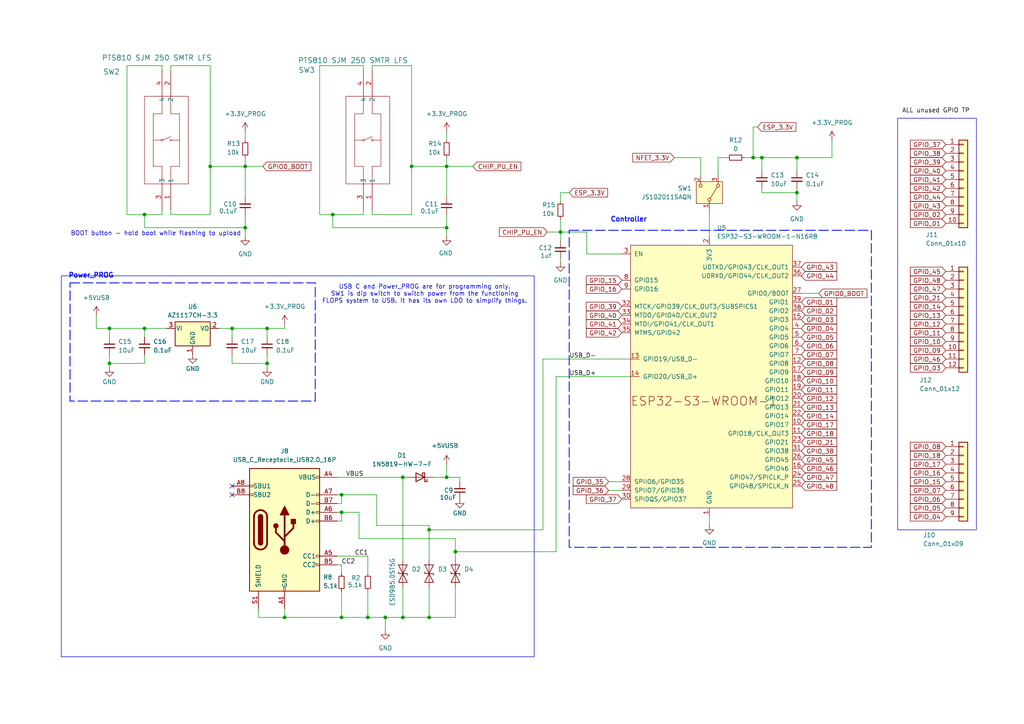
<source format=kicad_sch>
(kicad_sch (version 20231120) (generator "eeschema") (generator_version "8.0")
  (paper "A4")
  (title_block (date "2024-11-14") (rev "3"))
  (lib_symbols
    (symbol "Connector:USB_C_Receptacle_USB2.0_16P" (pin_names (offset 1.016))
      (property "Reference" "J8" (at 0 22.86 0))
      (property "Value" "USB_C_Receptacle_USB2.0_16P" (at 0 20.32 0))
      (symbol "USB_C_Receptacle_USB2.0_16P_0_0"
        (rectangle (start -10.16 10.414) (end -9.144 9.906))
        (rectangle (start -10.16 12.954) (end -9.144 12.446))
        (rectangle (start -0.254 -17.78) (end 0.254 -16.764))
        (rectangle (start 10.16 -9.906) (end 9.144 -10.414))
        (rectangle (start 10.16 -7.366) (end 9.144 -7.874))
        (rectangle (start 10.16 2.794) (end 9.144 2.286))
        (rectangle (start 10.16 5.334) (end 9.144 4.826))
        (rectangle (start 10.16 7.874) (end 9.144 7.366))
        (rectangle (start 10.16 10.414) (end 9.144 9.906))
        (rectangle (start 10.16 15.494) (end 9.144 14.986))
      )
      (symbol "USB_C_Receptacle_USB2.0_16P_0_1"
        (rectangle (start -10.16 17.78) (end 10.16 -17.78) (stroke (width 0.254)) (fill (type background)))
        (arc (start -8.89 -3.81) (mid -6.985 -5.7067) (end -5.08 -3.81) (stroke (width 0.508)))
        (arc (start -7.62 -3.81) (mid -6.985 -4.4423) (end -6.35 -3.81) (stroke (width 0.254)))
        (arc (start -7.62 -3.81) (mid -6.985 -4.4423) (end -6.35 -3.81) (stroke (width 0.254)) (fill (type outline)))
        (rectangle (start -7.62 -3.81) (end -6.35 3.81) (stroke (width 0.254)) (fill (type outline)))
        (arc (start -6.35 3.81) (mid -6.985 4.4423) (end -7.62 3.81) (stroke (width 0.254)))
        (arc (start -6.35 3.81) (mid -6.985 4.4423) (end -7.62 3.81) (stroke (width 0.254)) (fill (type outline)))
        (arc (start -5.08 3.81) (mid -6.985 5.7067) (end -8.89 3.81) (stroke (width 0.508)))
        (circle (center -2.54 1.143) (radius 0.635) (stroke (width 0.254)) (fill (type outline)))
        (circle (center 0 -5.842) (radius 1.27) (fill (type outline)))
        (polyline (pts (xy -8.89 -3.81) (xy -8.89 3.81)) (stroke (width 0.508)))
        (polyline (pts (xy -5.08 3.81) (xy -5.08 -3.81)) (stroke (width 0.508)))
        (polyline (pts (xy 0 -5.842) (xy 0 4.318)) (stroke (width 0.508)))
        (polyline (pts (xy 0 -3.302) (xy -2.54 -0.762) (xy -2.54 0.508)) (stroke (width 0.508)))
        (polyline (pts (xy 0 -2.032) (xy 2.54 0.508) (xy 2.54 1.778)) (stroke (width 0.508)))
        (polyline (pts (xy -1.27 4.318) (xy 0 6.858) (xy 1.27 4.318) (xy -1.27 4.318)) (stroke (width 0.254)) (fill (type outline)))
        (rectangle (start 1.905 1.778) (end 3.175 3.048) (stroke (width 0.254)) (fill (type outline)))
      )
      (symbol "USB_C_Receptacle_USB2.0_16P_1_1"
        (pin passive line (at 0 -22.86 90) (length 5.08) (name "GND") (number "A1"))
        (pin passive line (at 0 -22.86 90) (length 5.08) hide (name "GND") (number "A12"))
        (pin passive line (at 15.24 15.24 180) (length 5.08) (name "VBUS") (number "A4"))
        (pin bidirectional line (at 15.24 -7.62 180) (length 5.08) (name "CC1") (number "A5"))
        (pin bidirectional line (at 15.24 5.08 180) (length 5.08) (name "D+") (number "A6"))
        (pin bidirectional line (at 15.24 10.16 180) (length 5.08) (name "D-") (number "A7"))
        (pin bidirectional line (at -15.24 12.7 0) (length 5.08) (name "SBU1") (number "A8"))
        (pin passive line (at 15.24 15.24 180) (length 5.08) hide (name "VBUS") (number "A9"))
        (pin passive line (at 0 -22.86 90) (length 5.08) hide (name "GND") (number "B1"))
        (pin passive line (at 0 -22.86 90) (length 5.08) hide (name "GND") (number "B12"))
        (pin passive line (at 15.24 15.24 180) (length 5.08) hide (name "VBUS") (number "B4"))
        (pin bidirectional line (at 15.24 -10.16 180) (length 5.08) (name "CC2") (number "B5"))
        (pin bidirectional line (at 15.24 2.54 180) (length 5.08) (name "D+") (number "B6"))
        (pin bidirectional line (at 15.24 7.62 180) (length 5.08) (name "D-") (number "B7"))
        (pin bidirectional line (at -15.24 10.16 0) (length 5.08) (name "SBU2") (number "B8"))
        (pin passive line (at 15.24 15.24 180) (length 5.08) hide (name "VBUS") (number "B9"))
        (pin passive line (at -7.62 -22.86 90) (length 5.08) (name "SHIELD") (number "S1"))
      )
    )
    (symbol "Connector_Generic:Conn_01x09" (pin_names (offset 1.016) hide)
      (property "Reference" "J" (at 0 12.7 0))
      (property "Value" "Conn_01x09" (at 0 -12.7 0))
      (symbol "Conn_01x09_1_1"
        (rectangle (start -1.27 -10.033) (end 0 -10.287) (stroke (width 0.1524)))
        (rectangle (start -1.27 -7.493) (end 0 -7.747) (stroke (width 0.1524)))
        (rectangle (start -1.27 -4.953) (end 0 -5.207) (stroke (width 0.1524)))
        (rectangle (start -1.27 -2.413) (end 0 -2.667) (stroke (width 0.1524)))
        (rectangle (start -1.27 0.127) (end 0 -0.127) (stroke (width 0.1524)))
        (rectangle (start -1.27 2.667) (end 0 2.413) (stroke (width 0.1524)))
        (rectangle (start -1.27 5.207) (end 0 4.953) (stroke (width 0.1524)))
        (rectangle (start -1.27 7.747) (end 0 7.493) (stroke (width 0.1524)))
        (rectangle (start -1.27 10.287) (end 0 10.033) (stroke (width 0.1524)))
        (rectangle (start -1.27 11.43) (end 1.27 -11.43) (stroke (width 0.254)) (fill (type background)))
        (pin passive line (at -5.08 10.16 0) (length 3.81) (name "Pin_1") (number "1"))
        (pin passive line (at -5.08 7.62 0) (length 3.81) (name "Pin_2") (number "2"))
        (pin passive line (at -5.08 5.08 0) (length 3.81) (name "Pin_3") (number "3"))
        (pin passive line (at -5.08 2.54 0) (length 3.81) (name "Pin_4") (number "4"))
        (pin passive line (at -5.08 0 0) (length 3.81) (name "Pin_5") (number "5"))
        (pin passive line (at -5.08 -2.54 0) (length 3.81) (name "Pin_6") (number "6"))
        (pin passive line (at -5.08 -5.08 0) (length 3.81) (name "Pin_7") (number "7"))
        (pin passive line (at -5.08 -7.62 0) (length 3.81) (name "Pin_8") (number "8"))
        (pin passive line (at -5.08 -10.16 0) (length 3.81) (name "Pin_9") (number "9"))
      )
    )
    (symbol "Connector_Generic:Conn_01x10" (pin_names (offset 1.016) hide)
      (property "Reference" "J" (at 0 12.7 0))
      (property "Value" "Conn_01x10" (at 0 -15.24 0))
      (symbol "Conn_01x10_1_1"
        (rectangle (start -1.27 -12.573) (end 0 -12.827) (stroke (width 0.1524)))
        (rectangle (start -1.27 -10.033) (end 0 -10.287) (stroke (width 0.1524)))
        (rectangle (start -1.27 -7.493) (end 0 -7.747) (stroke (width 0.1524)))
        (rectangle (start -1.27 -4.953) (end 0 -5.207) (stroke (width 0.1524)))
        (rectangle (start -1.27 -2.413) (end 0 -2.667) (stroke (width 0.1524)))
        (rectangle (start -1.27 0.127) (end 0 -0.127) (stroke (width 0.1524)))
        (rectangle (start -1.27 2.667) (end 0 2.413) (stroke (width 0.1524)))
        (rectangle (start -1.27 5.207) (end 0 4.953) (stroke (width 0.1524)))
        (rectangle (start -1.27 7.747) (end 0 7.493) (stroke (width 0.1524)))
        (rectangle (start -1.27 10.287) (end 0 10.033) (stroke (width 0.1524)))
        (rectangle (start -1.27 11.43) (end 1.27 -13.97) (stroke (width 0.254)) (fill (type background)))
        (pin passive line (at -5.08 10.16 0) (length 3.81) (name "Pin_1") (number "1"))
        (pin passive line (at -5.08 -12.7 0) (length 3.81) (name "Pin_10") (number "10"))
        (pin passive line (at -5.08 7.62 0) (length 3.81) (name "Pin_2") (number "2"))
        (pin passive line (at -5.08 5.08 0) (length 3.81) (name "Pin_3") (number "3"))
        (pin passive line (at -5.08 2.54 0) (length 3.81) (name "Pin_4") (number "4"))
        (pin passive line (at -5.08 0 0) (length 3.81) (name "Pin_5") (number "5"))
        (pin passive line (at -5.08 -2.54 0) (length 3.81) (name "Pin_6") (number "6"))
        (pin passive line (at -5.08 -5.08 0) (length 3.81) (name "Pin_7") (number "7"))
        (pin passive line (at -5.08 -7.62 0) (length 3.81) (name "Pin_8") (number "8"))
        (pin passive line (at -5.08 -10.16 0) (length 3.81) (name "Pin_9") (number "9"))
      )
    )
    (symbol "Connector_Generic:Conn_01x12" (pin_names (offset 1.016) hide)
      (property "Reference" "J" (at 0 15.24 0))
      (property "Value" "Conn_01x12" (at 0 -17.78 0))
      (symbol "Conn_01x12_1_1"
        (rectangle (start -1.27 -15.113) (end 0 -15.367) (stroke (width 0.1524)))
        (rectangle (start -1.27 -12.573) (end 0 -12.827) (stroke (width 0.1524)))
        (rectangle (start -1.27 -10.033) (end 0 -10.287) (stroke (width 0.1524)))
        (rectangle (start -1.27 -7.493) (end 0 -7.747) (stroke (width 0.1524)))
        (rectangle (start -1.27 -4.953) (end 0 -5.207) (stroke (width 0.1524)))
        (rectangle (start -1.27 -2.413) (end 0 -2.667) (stroke (width 0.1524)))
        (rectangle (start -1.27 0.127) (end 0 -0.127) (stroke (width 0.1524)))
        (rectangle (start -1.27 2.667) (end 0 2.413) (stroke (width 0.1524)))
        (rectangle (start -1.27 5.207) (end 0 4.953) (stroke (width 0.1524)))
        (rectangle (start -1.27 7.747) (end 0 7.493) (stroke (width 0.1524)))
        (rectangle (start -1.27 10.287) (end 0 10.033) (stroke (width 0.1524)))
        (rectangle (start -1.27 12.827) (end 0 12.573) (stroke (width 0.1524)))
        (rectangle (start -1.27 13.97) (end 1.27 -16.51) (stroke (width 0.254)) (fill (type background)))
        (pin passive line (at -5.08 12.7 0) (length 3.81) (name "Pin_1") (number "1"))
        (pin passive line (at -5.08 -10.16 0) (length 3.81) (name "Pin_10") (number "10"))
        (pin passive line (at -5.08 -12.7 0) (length 3.81) (name "Pin_11") (number "11"))
        (pin passive line (at -5.08 -15.24 0) (length 3.81) (name "Pin_12") (number "12"))
        (pin passive line (at -5.08 10.16 0) (length 3.81) (name "Pin_2") (number "2"))
        (pin passive line (at -5.08 7.62 0) (length 3.81) (name "Pin_3") (number "3"))
        (pin passive line (at -5.08 5.08 0) (length 3.81) (name "Pin_4") (number "4"))
        (pin passive line (at -5.08 2.54 0) (length 3.81) (name "Pin_5") (number "5"))
        (pin passive line (at -5.08 0 0) (length 3.81) (name "Pin_6") (number "6"))
        (pin passive line (at -5.08 -2.54 0) (length 3.81) (name "Pin_7") (number "7"))
        (pin passive line (at -5.08 -5.08 0) (length 3.81) (name "Pin_8") (number "8"))
        (pin passive line (at -5.08 -7.62 0) (length 3.81) (name "Pin_9") (number "9"))
      )
    )
    (symbol "Device:C_Small" (pin_numbers hide) (pin_names (offset 0.254) hide)
      (property "Reference" "C" (at 0.254 1.778 0))
      (property "Value" "C_Small" (at 0.254 -2.032 0))
      (symbol "C_Small_0_1"
        (polyline (pts (xy -1.524 -0.508) (xy 1.524 -0.508)) (stroke (width 0.3302)))
        (polyline (pts (xy -1.524 0.508) (xy 1.524 0.508)) (stroke (width 0.3048)))
      )
      (symbol "C_Small_1_1"
        (pin passive line (at 0 2.54 270) (length 2.032) (name "~") (number "1"))
        (pin passive line (at 0 -2.54 90) (length 2.032) (name "~") (number "2"))
      )
    )
    (symbol "Device:R_Small" (pin_numbers hide) (pin_names (offset 0.254) hide)
      (property "Reference" "R" (at 0.762 0.508 0))
      (property "Value" "R_Small" (at 0.762 -1.016 0))
      (symbol "R_Small_0_1"
        (rectangle (start -0.762 1.778) (end 0.762 -1.778) (stroke (width 0.2032)))
      )
      (symbol "R_Small_1_1"
        (pin passive line (at 0 2.54 270) (length 0.762) (name "~") (number "1"))
        (pin passive line (at 0 -2.54 90) (length 0.762) (name "~") (number "2"))
      )
    )
    (symbol "Diode:1N5819" (pin_numbers hide) (pin_names (offset 1.016) hide)
      (property "Reference" "D" (at 0 2.54 0))
      (property "Value" "1N5819" (at 0 -2.54 0))
      (symbol "1N5819_0_1"
        (polyline (pts (xy 1.27 0) (xy -1.27 0)))
        (polyline (pts (xy 1.27 1.27) (xy 1.27 -1.27) (xy -1.27 0) (xy 1.27 1.27)) (stroke (width 0.254)))
        (polyline (pts (xy -1.905 0.635) (xy -1.905 1.27) (xy -1.27 1.27) (xy -1.27 -1.27) (xy -0.635 -1.27) (xy -0.635 -0.635)) (stroke (width 0.254)))
      )
      (symbol "1N5819_1_1"
        (pin passive line (at -3.81 0 0) (length 2.54) (name "K") (number "1"))
        (pin passive line (at 3.81 0 180) (length 2.54) (name "A") (number "2"))
      )
    )
    (symbol "Diode:ESD9B5.0ST5G" (pin_numbers hide) (pin_names (offset 1.016) hide)
      (property "Reference" "D" (at 0 2.54 0))
      (property "Value" "ESD9B5.0ST5G" (at 0 -2.54 0))
      (symbol "ESD9B5.0ST5G_0_1"
        (polyline (pts (xy 1.27 0) (xy -1.27 0)))
        (polyline (pts (xy -2.54 -1.27) (xy 0 0) (xy -2.54 1.27) (xy -2.54 -1.27)) (stroke (width 0.2032)))
        (polyline (pts (xy 0.508 1.27) (xy 0 1.27) (xy 0 -1.27) (xy -0.508 -1.27)) (stroke (width 0.2032)))
        (polyline (pts (xy 2.54 1.27) (xy 2.54 -1.27) (xy 0 0) (xy 2.54 1.27)) (stroke (width 0.2032)))
      )
      (symbol "ESD9B5.0ST5G_1_1"
        (pin passive line (at -3.81 0 0) (length 2.54) (name "A1") (number "1"))
        (pin passive line (at 3.81 0 180) (length 2.54) (name "A2") (number "2"))
      )
    )
    (symbol "PCM_Espressif:ESP32-S3-WROOM-1" (pin_names (offset 1.016))
      (property "Reference" "U5" (at 2.1941 43.18 0))
      (property "Value" "ESP32-S3-WROOM-1-N16R8" (at 2.1941 40.64 0))
      (symbol "ESP32-S3-WROOM-1_0_0"
        (text "ESP32-S3-WROOM-1" (at -1.524 -7.112 0) (effects (font (size 2.54 2.54))))
        (pin power_in line (at 0 -40.64 90) (length 2.54) (name "GND") (number "1"))
        (pin bidirectional line (at 26.67 -26.67 180) (length 2.54) (name "GPIO46") (number "16"))
        (pin power_in line (at 0 40.64 270) (length 2.54) (name "3V3") (number "2"))
        (pin bidirectional line (at 26.67 -19.05 180) (length 2.54) (name "GPIO21") (number "23"))
        (pin bidirectional line (at 26.67 -24.13 180) (length 2.54) (name "GPIO45") (number "26"))
        (pin bidirectional line (at 26.67 24.13 180) (length 2.54) (name "GPIO0/BOOT") (number "27"))
        (pin input line (at -25.4 35.56 0) (length 2.54) (name "EN") (number "3"))
        (pin bidirectional line (at -25.4 20.32 0) (length 2.54) (name "MTCK/GPIO39/CLK_OUT3/SUBSPICS1") (number "32"))
        (pin bidirectional line (at -25.4 17.78 0) (length 2.54) (name "MTDO/GPIO40/CLK_OUT2") (number "33"))
        (pin bidirectional line (at -25.4 15.24 0) (length 2.54) (name "MTDI/GPIO41/CLK_OUT1") (number "34"))
        (pin bidirectional line (at -25.4 12.7 0) (length 2.54) (name "MTMS/GPIO42") (number "35"))
        (pin bidirectional line (at 26.67 29.21 180) (length 2.54) (name "U0RXD/GPIO44/CLK_OUT2") (number "36"))
        (pin bidirectional line (at 26.67 31.75 180) (length 2.54) (name "U0TXD/GPIO43/CLK_OUT1") (number "37"))
        (pin passive line (at 0 -40.64 90) (length 2.54) hide (name "GND") (number "40"))
        (pin passive line (at 0 -40.64 90) (length 2.54) hide (name "GND") (number "41"))
      )
      (symbol "ESP32-S3-WROOM-1_0_1"
        (rectangle (start -22.86 38.1) (end 24.13 -38.1) (fill (type background)))
      )
      (symbol "ESP32-S3-WROOM-1_1_0"
        (pin bidirectional line (at 26.67 -13.97 180) (length 2.54) (name "GPIO17") (number "10"))
        (pin bidirectional line (at 26.67 -16.51 180) (length 2.54) (name "GPIO18/CLK_OUT3") (number "11"))
        (pin bidirectional line (at 26.67 3.81 180) (length 2.54) (name "GPIO8") (number "12"))
        (pin bidirectional line (at -22.86 5.08 0) (length 2.54) (name "GPIO19/USB_D-") (number "13"))
        (pin bidirectional line (at -22.86 0 0) (length 2.54) (name "GPIO20/USB_D+") (number "14"))
        (pin bidirectional line (at 26.67 16.51 180) (length 2.54) (name "GPIO3") (number "15"))
        (pin bidirectional line (at 26.67 1.27 180) (length 2.54) (name "GPIO9") (number "17"))
        (pin bidirectional line (at 26.67 -1.27 180) (length 2.54) (name "GPIO10") (number "18"))
        (pin bidirectional line (at 26.67 -3.81 180) (length 2.54) (name "GPIO11") (number "19"))
        (pin bidirectional line (at 26.67 -6.35 180) (length 2.54) (name "GPIO12") (number "20"))
        (pin bidirectional line (at 26.67 -8.89 180) (length 2.54) (name "GPIO13") (number "21"))
        (pin bidirectional line (at 26.67 -11.43 180) (length 2.54) (name "GPIO14") (number "22"))
        (pin bidirectional line (at 26.67 -29.21 180) (length 2.54) (name "GPIO47/SPICLK_P") (number "24"))
        (pin bidirectional line (at 26.67 -31.75 180) (length 2.54) (name "GPIO48/SPICLK_N") (number "25"))
        (pin bidirectional line (at -25.4 -30.48 0) (length 2.54) (name "SPIIO6/GPIO35") (number "28"))
        (pin bidirectional line (at -25.4 -33.02 0) (length 2.54) (name "SPIIO7/GPIO36") (number "29"))
        (pin bidirectional line (at -25.4 -35.56 0) (length 2.54) (name "SPIDQS/GPIO37") (number "30"))
        (pin bidirectional line (at 26.67 -21.59 180) (length 2.54) (name "GPIO38") (number "31"))
        (pin bidirectional line (at 26.67 19.05 180) (length 2.54) (name "GPIO2") (number "38"))
        (pin bidirectional line (at 26.67 21.59 180) (length 2.54) (name "GPIO1") (number "39"))
        (pin bidirectional line (at 26.67 13.97 180) (length 2.54) (name "GPIO4") (number "4"))
        (pin bidirectional line (at 26.67 11.43 180) (length 2.54) (name "GPIO5") (number "5"))
        (pin bidirectional line (at 26.67 8.89 180) (length 2.54) (name "GPIO6") (number "6"))
        (pin bidirectional line (at 26.67 6.35 180) (length 2.54) (name "GPIO7") (number "7"))
        (pin bidirectional line (at -25.4 27.94 0) (length 2.54) (name "GPIO15") (number "8"))
        (pin bidirectional line (at -25.4 25.4 0) (length 2.54) (name "GPIO16") (number "9"))
      )
    )
    (symbol "PTS810SJM250SMTR LFS:PTS810_SJM_250_SMTR_LFS" (pin_names (offset 0.254))
      (property "Reference" "SW" (at 20.32 10.16 0))
      (property "Value" "PTS810 SJM 250 SMTR LFS" (at 20.32 7.62 0))
      (symbol "PTS810_SJM_250_SMTR_LFS_0_1"
        (polyline (pts (xy 7.62 -7.62) (xy 33.02 -7.62)) (stroke (width 0.127)))
        (polyline (pts (xy 7.62 0) (xy 12.7 0)) (stroke (width 0.127)))
        (polyline (pts (xy 7.62 5.08) (xy 7.62 -7.62)) (stroke (width 0.127)))
        (polyline (pts (xy 12.7 -5.08) (xy 12.7 -2.54)) (stroke (width 0.127)))
        (polyline (pts (xy 12.7 -2.54) (xy 7.62 -2.54)) (stroke (width 0.127)))
        (polyline (pts (xy 12.7 0) (xy 12.7 2.54)) (stroke (width 0.127)))
        (polyline (pts (xy 12.7 2.54) (xy 27.94 2.54)) (stroke (width 0.127)))
        (polyline (pts (xy 20.32 -2.794) (xy 20.32 -5.08)) (stroke (width 0.127)))
        (polyline (pts (xy 20.32 2.54) (xy 20.32 0.254)) (stroke (width 0.127)))
        (polyline (pts (xy 21.336 0) (xy 20.32 -2.286)) (stroke (width 0.127)))
        (polyline (pts (xy 27.94 -5.08) (xy 12.7 -5.08)) (stroke (width 0.127)))
        (polyline (pts (xy 27.94 -2.54) (xy 27.94 -5.08)) (stroke (width 0.127)))
        (polyline (pts (xy 27.94 0) (xy 33.02 0)) (stroke (width 0.127)))
        (polyline (pts (xy 27.94 2.54) (xy 27.94 0)) (stroke (width 0.127)))
        (polyline (pts (xy 33.02 -7.62) (xy 33.02 5.08)) (stroke (width 0.127)))
        (polyline (pts (xy 33.02 -2.54) (xy 27.94 -2.54)) (stroke (width 0.127)))
        (polyline (pts (xy 33.02 5.08) (xy 7.62 5.08)) (stroke (width 0.127)))
        (circle (center 20.32 -2.54) (radius 0.254) (stroke (width 0.127)))
        (circle (center 20.32 0) (radius 0.254) (stroke (width 0.127)))
        (pin unspecified line (at 0 0 0) (length 7.62) (name "1") (number "1"))
        (pin unspecified line (at 40.64 0 180) (length 7.62) (name "2") (number "2"))
        (pin unspecified line (at 0 -2.54 0) (length 7.62) (name "3") (number "3"))
        (pin unspecified line (at 40.64 -2.54 180) (length 7.62) (name "4") (number "4"))
      )
    )
    (symbol "Regulator_Linear:AZ1117-3.3" (pin_names (offset 0.254))
      (property "Reference" "U" (at -3.81 3.175 0))
      (property "Value" "AZ1117-3.3" (at 0 3.175 0))
      (symbol "AZ1117-3.3_0_1"
        (rectangle (start -5.08 1.905) (end 5.08 -5.08) (stroke (width 0.254)) (fill (type background)))
      )
      (symbol "AZ1117-3.3_1_1"
        (pin power_in line (at 0 -7.62 90) (length 2.54) (name "GND") (number "1"))
        (pin power_out line (at 7.62 0 180) (length 2.54) (name "VO") (number "2"))
        (pin power_in line (at -7.62 0 0) (length 2.54) (name "VI") (number "3"))
      )
    )
    (symbol "Switch:SW_SPDT_312" (pin_names (offset 1) hide)
      (property "Reference" "SW" (at 0 5.08 0))
      (property "Value" "SW_SPDT_312" (at 0 -5.08 0))
      (symbol "SW_SPDT_312_0_1"
        (circle (center -2.032 0) (radius 0.4572))
        (polyline (pts (xy -1.651 0.254) (xy 1.651 2.286)))
        (circle (center 2.032 -2.54) (radius 0.4572))
        (circle (center 2.032 2.54) (radius 0.4572))
      )
      (symbol "SW_SPDT_312_1_1"
        (rectangle (start -3.175 3.81) (end 3.175 -3.81) (fill (type background)))
        (pin passive line (at -5.08 0 0) (length 2.54) (name "B") (number "1"))
        (pin passive line (at 5.08 -2.54 180) (length 2.54) (name "C") (number "2"))
        (pin passive line (at 5.08 2.54 180) (length 2.54) (name "A") (number "3"))
      )
    )
    (symbol "power:+3.3V" (power) (pin_numbers hide) (pin_names (offset 0) hide)
      (property "Value" "+3.3V" (at 0 3.556 0))
      (symbol "+3.3V_0_1"
        (polyline (pts (xy -0.762 1.27) (xy 0 2.54)))
        (polyline (pts (xy 0 0) (xy 0 2.54)))
        (polyline (pts (xy 0 2.54) (xy 0.762 1.27)))
      )
      (symbol "+3.3V_1_1"
        (pin power_in line (at 0 0 90) (length 0) (name "~") (number "1"))
      )
    )
    (symbol "power:+5V" (power) (pin_numbers hide) (pin_names (offset 0) hide)
      (property "Value" "+5V" (at 0 3.556 0))
      (symbol "+5V_0_1"
        (polyline (pts (xy -0.762 1.27) (xy 0 2.54)))
        (polyline (pts (xy 0 0) (xy 0 2.54)))
        (polyline (pts (xy 0 2.54) (xy 0.762 1.27)))
      )
      (symbol "+5V_1_1"
        (pin power_in line (at 0 0 90) (length 0) (name "~") (number "1"))
      )
    )
    (symbol "power:GND" (power) (pin_numbers hide) (pin_names (offset 0) hide)
      (property "Value" "GND" (at 0 -3.81 0))
      (symbol "GND_0_1"
        (polyline (pts (xy 0 0) (xy 0 -1.27) (xy 1.27 -1.27) (xy 0 -2.54) (xy -1.27 -1.27) (xy 0 -1.27)))
      )
      (symbol "GND_1_1"
        (pin power_in line (at 0 0 270) (length 0) (name "~") (number "1"))
      )
    )
  )
  (junction (at 129.54 138.43))
  (junction (at 106.68 179.07))
  (junction (at 77.47 105.41))
  (junction (at 231.14 45.72))
  (junction (at 220.98 45.72))
  (junction (at 99.06 143.51))
  (junction (at 99.06 179.07))
  (junction (at 77.47 95.25))
  (junction (at 96.52 62.23))
  (junction (at 119.38 48.26))
  (junction (at 218.44 45.72))
  (junction (at 71.12 66.04))
  (junction (at 129.54 66.04))
  (junction (at 116.84 138.43))
  (junction (at 132.08 160.02))
  (junction (at 60.96 48.26))
  (junction (at 231.14 55.88))
  (junction (at 41.91 62.23))
  (junction (at 116.84 179.07))
  (junction (at 124.46 179.07))
  (junction (at 162.56 67.31))
  (junction (at 41.91 95.25))
  (junction (at 31.75 95.25))
  (junction (at 129.54 48.26))
  (junction (at 124.46 153.67))
  (junction (at 71.12 48.26))
  (junction (at 82.55 179.07))
  (junction (at 31.75 105.41))
  (junction (at 99.06 148.59))
  (junction (at 67.31 95.25))
  (junction (at 111.76 179.07))
  (no_connect (at 67.31 143.51))
  (no_connect (at 67.31 140.97))
  (wire (pts (xy 92.71 62.23) (xy 96.52 62.23)))
  (wire (pts (xy 77.47 95.25) (xy 77.47 97.79)))
  (wire (pts (xy 41.91 62.23) (xy 46.99 62.23)))
  (wire (pts (xy 129.54 45.72) (xy 129.54 48.26)))
  (wire (pts (xy 71.12 66.04) (xy 41.91 66.04)))
  (wire (pts (xy 220.98 45.72) (xy 231.14 45.72)))
  (wire (pts (xy 99.06 171.45) (xy 99.06 179.07)))
  (wire (pts (xy 107.95 60.96) (xy 107.95 62.23)))
  (wire (pts (xy 82.55 179.07) (xy 99.06 179.07)))
  (wire (pts (xy 125.73 138.43) (xy 129.54 138.43)))
  (wire (pts (xy 208.28 45.72) (xy 208.28 50.8)))
  (wire (pts (xy 41.91 105.41) (xy 41.91 102.87)))
  (wire (pts (xy 99.06 143.51) (xy 109.22 143.51)))
  (wire (pts (xy 116.84 138.43) (xy 116.84 162.56)))
  (wire (pts (xy 219.71 36.83) (xy 218.44 36.83)))
  (wire (pts (xy 41.91 62.23) (xy 41.91 66.04)))
  (wire (pts (xy 231.14 54.61) (xy 231.14 55.88)))
  (wire (pts (xy 162.56 55.88) (xy 162.56 58.42)))
  (wire (pts (xy 49.53 20.32) (xy 49.53 19.05)))
  (wire (pts (xy 119.38 48.26) (xy 129.54 48.26)))
  (wire (pts (xy 124.46 153.67) (xy 124.46 162.56)))
  (wire (pts (xy 67.31 102.87) (xy 67.31 105.41)))
  (wire (pts (xy 176.53 139.7) (xy 180.34 139.7)))
  (wire (pts (xy 129.54 138.43) (xy 133.35 138.43)))
  (wire (pts (xy 92.71 19.05) (xy 92.71 62.23)))
  (wire (pts (xy 124.46 153.67) (xy 124.46 152.4)))
  (wire (pts (xy 71.12 48.26) (xy 76.2 48.26)))
  (wire (pts (xy 41.91 95.25) (xy 48.26 95.25)))
  (wire (pts (xy 205.74 60.96) (xy 205.74 68.58)))
  (wire (pts (xy 132.08 156.21) (xy 132.08 160.02)))
  (wire (pts (xy 109.22 152.4) (xy 124.46 152.4)))
  (wire (pts (xy 27.94 95.25) (xy 31.75 95.25)))
  (wire (pts (xy 74.93 179.07) (xy 82.55 179.07)))
  (wire (pts (xy 162.56 63.5) (xy 162.56 67.31)))
  (wire (pts (xy 220.98 54.61) (xy 220.98 55.88)))
  (wire (pts (xy 107.95 19.05) (xy 119.38 19.05)))
  (wire (pts (xy 97.79 163.83) (xy 99.06 163.83)))
  (wire (pts (xy 158.75 67.31) (xy 162.56 67.31)))
  (wire (pts (xy 67.31 105.41) (xy 77.47 105.41)))
  (wire (pts (xy 60.96 62.23) (xy 60.96 48.26)))
  (wire (pts (xy 97.79 161.29) (xy 106.68 161.29)))
  (wire (pts (xy 162.56 67.31) (xy 162.56 69.85)))
  (wire (pts (xy 106.68 179.07) (xy 111.76 179.07)))
  (wire (pts (xy 129.54 66.04) (xy 129.54 68.58)))
  (wire (pts (xy 97.79 151.13) (xy 99.06 151.13)))
  (wire (pts (xy 170.18 67.31) (xy 170.18 73.66)))
  (wire (pts (xy 97.79 148.59) (xy 99.06 148.59)))
  (wire (pts (xy 129.54 134.62) (xy 129.54 138.43)))
  (wire (pts (xy 36.83 62.23) (xy 41.91 62.23)))
  (wire (pts (xy 27.94 91.44) (xy 27.94 95.25)))
  (wire (pts (xy 67.31 95.25) (xy 77.47 95.25)))
  (wire (pts (xy 36.83 19.05) (xy 46.99 19.05)))
  (wire (pts (xy 161.29 160.02) (xy 161.29 109.22)))
  (wire (pts (xy 124.46 179.07) (xy 132.08 179.07)))
  (wire (pts (xy 157.48 104.14) (xy 157.48 153.67)))
  (wire (pts (xy 49.53 60.96) (xy 49.53 62.23)))
  (wire (pts (xy 231.14 45.72) (xy 231.14 49.53)))
  (wire (pts (xy 60.96 48.26) (xy 60.96 19.05)))
  (wire (pts (xy 92.71 19.05) (xy 105.41 19.05)))
  (wire (pts (xy 116.84 138.43) (xy 118.11 138.43)))
  (wire (pts (xy 220.98 45.72) (xy 220.98 49.53)))
  (wire (pts (xy 67.31 95.25) (xy 67.31 97.79)))
  (wire (pts (xy 241.3 40.64) (xy 241.3 45.72)))
  (wire (pts (xy 119.38 62.23) (xy 119.38 48.26)))
  (wire (pts (xy 63.5 95.25) (xy 67.31 95.25)))
  (wire (pts (xy 116.84 170.18) (xy 116.84 179.07)))
  (wire (pts (xy 74.93 176.53) (xy 74.93 179.07)))
  (wire (pts (xy 99.06 148.59) (xy 99.06 151.13)))
  (wire (pts (xy 99.06 179.07) (xy 106.68 179.07)))
  (wire (pts (xy 49.53 19.05) (xy 60.96 19.05)))
  (wire (pts (xy 71.12 66.04) (xy 71.12 68.58)))
  (wire (pts (xy 104.14 156.21) (xy 132.08 156.21)))
  (wire (pts (xy 107.95 20.32) (xy 107.95 19.05)))
  (wire (pts (xy 99.06 143.51) (xy 99.06 146.05)))
  (wire (pts (xy 77.47 102.87) (xy 77.47 105.41)))
  (wire (pts (xy 208.28 45.72) (xy 210.82 45.72)))
  (wire (pts (xy 97.79 143.51) (xy 99.06 143.51)))
  (wire (pts (xy 215.9 45.72) (xy 218.44 45.72)))
  (wire (pts (xy 162.56 76.2) (xy 162.56 74.93)))
  (wire (pts (xy 132.08 160.02) (xy 161.29 160.02)))
  (wire (pts (xy 31.75 105.41) (xy 31.75 106.68)))
  (wire (pts (xy 31.75 95.25) (xy 41.91 95.25)))
  (wire (pts (xy 129.54 66.04) (xy 96.52 66.04)))
  (wire (pts (xy 161.29 109.22) (xy 182.88 109.22)))
  (wire (pts (xy 109.22 143.51) (xy 109.22 152.4)))
  (wire (pts (xy 99.06 163.83) (xy 99.06 166.37)))
  (wire (pts (xy 203.2 45.72) (xy 203.2 50.8)))
  (wire (pts (xy 129.54 48.26) (xy 137.16 48.26)))
  (wire (pts (xy 104.14 148.59) (xy 104.14 156.21)))
  (wire (pts (xy 46.99 60.96) (xy 46.99 62.23)))
  (wire (pts (xy 99.06 148.59) (xy 104.14 148.59)))
  (wire (pts (xy 46.99 20.32) (xy 46.99 19.05)))
  (wire (pts (xy 170.18 73.66) (xy 180.34 73.66)))
  (wire (pts (xy 129.54 48.26) (xy 129.54 57.15)))
  (wire (pts (xy 96.52 62.23) (xy 96.52 66.04)))
  (wire (pts (xy 176.53 142.24) (xy 180.34 142.24)))
  (wire (pts (xy 97.79 138.43) (xy 116.84 138.43)))
  (wire (pts (xy 111.76 182.88) (xy 111.76 179.07)))
  (wire (pts (xy 220.98 55.88) (xy 231.14 55.88)))
  (wire (pts (xy 71.12 45.72) (xy 71.12 48.26)))
  (wire (pts (xy 205.74 149.86) (xy 205.74 152.4)))
  (wire (pts (xy 82.55 93.98) (xy 82.55 95.25)))
  (wire (pts (xy 60.96 48.26) (xy 71.12 48.26)))
  (wire (pts (xy 77.47 95.25) (xy 82.55 95.25)))
  (wire (pts (xy 170.18 67.31) (xy 162.56 67.31)))
  (wire (pts (xy 31.75 95.25) (xy 31.75 97.79)))
  (wire (pts (xy 82.55 176.53) (xy 82.55 179.07)))
  (wire (pts (xy 77.47 105.41) (xy 77.47 106.68)))
  (wire (pts (xy 124.46 153.67) (xy 157.48 153.67)))
  (wire (pts (xy 124.46 170.18) (xy 124.46 179.07)))
  (wire (pts (xy 36.83 19.05) (xy 36.83 62.23)))
  (wire (pts (xy 231.14 55.88) (xy 231.14 58.42)))
  (wire (pts (xy 218.44 45.72) (xy 220.98 45.72)))
  (wire (pts (xy 105.41 60.96) (xy 105.41 62.23)))
  (wire (pts (xy 41.91 95.25) (xy 41.91 97.79)))
  (wire (pts (xy 31.75 105.41) (xy 41.91 105.41)))
  (wire (pts (xy 106.68 179.07) (xy 106.68 171.45)))
  (wire (pts (xy 218.44 36.83) (xy 218.44 45.72)))
  (wire (pts (xy 105.41 20.32) (xy 105.41 19.05)))
  (wire (pts (xy 132.08 170.18) (xy 132.08 179.07)))
  (wire (pts (xy 71.12 62.23) (xy 71.12 66.04)))
  (wire (pts (xy 111.76 179.07) (xy 116.84 179.07)))
  (wire (pts (xy 162.56 55.88) (xy 165.1 55.88)))
  (wire (pts (xy 132.08 160.02) (xy 132.08 162.56)))
  (wire (pts (xy 49.53 62.23) (xy 60.96 62.23)))
  (wire (pts (xy 107.95 62.23) (xy 119.38 62.23)))
  (wire (pts (xy 71.12 48.26) (xy 71.12 57.15)))
  (wire (pts (xy 129.54 62.23) (xy 129.54 66.04)))
  (wire (pts (xy 106.68 161.29) (xy 106.68 166.37)))
  (wire (pts (xy 157.48 104.14) (xy 182.88 104.14)))
  (wire (pts (xy 97.79 146.05) (xy 99.06 146.05)))
  (wire (pts (xy 119.38 48.26) (xy 119.38 19.05)))
  (wire (pts (xy 232.41 85.09) (xy 237.49 85.09)))
  (wire (pts (xy 31.75 102.87) (xy 31.75 105.41)))
  (wire (pts (xy 241.3 45.72) (xy 231.14 45.72)))
  (wire (pts (xy 129.54 40.64) (xy 129.54 38.1)))
  (wire (pts (xy 116.84 179.07) (xy 124.46 179.07)))
  (wire (pts (xy 71.12 40.64) (xy 71.12 38.1)))
  (wire (pts (xy 133.35 138.43) (xy 133.35 139.7)))
  (wire (pts (xy 96.52 62.23) (xy 105.41 62.23)))
  (wire (pts (xy 195.58 45.72) (xy 203.2 45.72)))
  (rectangle (start 20.32 82.042) (end 91.44 116.332) (stroke (width 0.254) (type dash) (color 0 11 255 1)))
  (rectangle (start 17.78 80.01) (end 154.94 190.5))
  (rectangle (start 165.1 66.802) (end 252.73 158.75) (stroke (width 0.254) (type dash) (color 0 11 255 1)))
  (rectangle (start 260.35 34.29) (end 283.21 153.67))
  (text "Controller\n" (at 182.372 63.754 0) (effects (font (size 1.397 1.397) (thickness 0.2794) (bold yes))))
  (text "USB C and Power_PROG are for programming only.\nSW1 is dip switch to switch power from the functioning\nFLOPS system to USB. It has its own LDO to simplify things." (at 123.19 85.344 0) (effects (font (size 1.27 1.27))))
  (text "BOOT button - hold boot while flashing to upload" (at 45.212 67.818 0) (effects (font (size 1.27 1.27))))
  (text "Power_PROG" (at 26.416 80.01 0) (effects (font (size 1.397 1.397) (thickness 0.2794) (bold yes))))
  (label "VBUS" (at 100.33 138.43 0))
  (label "USB_D-" (at 165.1 104.14 0))
  (label "USB_D+" (at 165.1 109.22 0))
  (label "ALL unused GPIO TP" (at 261.62 33.02 0))
  (label "CC2" (at 99.06 163.83 0))
  (label "CC1" (at 102.87 161.29 0))
  (global_label "GPIO_18" (shape input) (at 232.41 125.73 0) (property "Intersheetrefs" "${INTERSHEET_REFS}" (effects (hide yes))))
  (global_label "GPIO_01" (shape input) (at 232.41 87.63 0) (property "Intersheetrefs" "${INTERSHEET_REFS}" (effects (hide yes))))
  (global_label "GPIO_17" (shape input) (at 274.32 134.62 180) (property "Intersheetrefs" "${INTERSHEET_REFS}" (effects (hide yes))))
  (global_label "GPIO_02" (shape input) (at 232.41 90.17 0) (property "Intersheetrefs" "${INTERSHEET_REFS}" (effects (hide yes))))
  (global_label "GPIO_40" (shape input) (at 180.34 91.44 180) (property "Intersheetrefs" "${INTERSHEET_REFS}" (effects (hide yes))))
  (global_label "GPIO_12" (shape input) (at 232.41 115.57 0) (property "Intersheetrefs" "${INTERSHEET_REFS}" (effects (hide yes))))
  (global_label "GPIO_36" (shape input) (at 176.53 142.24 180) (property "Intersheetrefs" "${INTERSHEET_REFS}" (effects (hide yes))))
  (global_label "GPIO_39" (shape input) (at 274.32 46.99 180) (property "Intersheetrefs" "${INTERSHEET_REFS}" (effects (hide yes))))
  (global_label "GPIO_43" (shape input) (at 232.41 77.47 0) (property "Intersheetrefs" "${INTERSHEET_REFS}" (effects (hide yes))))
  (global_label "GPIO_01" (shape input) (at 274.32 64.77 180) (property "Intersheetrefs" "${INTERSHEET_REFS}" (effects (hide yes))))
  (global_label "GPIO_17" (shape input) (at 232.41 123.19 0) (property "Intersheetrefs" "${INTERSHEET_REFS}" (effects (hide yes))))
  (global_label "GPIO_09" (shape input) (at 232.41 107.95 0) (property "Intersheetrefs" "${INTERSHEET_REFS}" (effects (hide yes))))
  (global_label "GPIO_12" (shape input) (at 274.32 93.98 180) (property "Intersheetrefs" "${INTERSHEET_REFS}" (effects (hide yes))))
  (global_label "GPIO_48" (shape input) (at 274.32 81.28 180) (property "Intersheetrefs" "${INTERSHEET_REFS}" (effects (hide yes))))
  (global_label "GPIO_21" (shape input) (at 232.41 128.27 0) (property "Intersheetrefs" "${INTERSHEET_REFS}" (effects (hide yes))))
  (global_label "GPIO_10" (shape input) (at 232.41 110.49 0) (property "Intersheetrefs" "${INTERSHEET_REFS}" (effects (hide yes))))
  (global_label "GPIO_15" (shape input) (at 180.34 81.28 180) (property "Intersheetrefs" "${INTERSHEET_REFS}" (effects (hide yes))))
  (global_label "GPIO_05" (shape input) (at 274.32 147.32 180) (property "Intersheetrefs" "${INTERSHEET_REFS}" (effects (hide yes))))
  (global_label "GPIO_41" (shape input) (at 180.34 93.98 180) (property "Intersheetrefs" "${INTERSHEET_REFS}" (effects (hide yes))))
  (global_label "GPIO_10" (shape input) (at 274.32 99.06 180) (property "Intersheetrefs" "${INTERSHEET_REFS}" (effects (hide yes))))
  (global_label "GPIO_47" (shape input) (at 274.32 83.82 180) (property "Intersheetrefs" "${INTERSHEET_REFS}" (effects (hide yes))))
  (global_label "GPIO_38" (shape input) (at 274.32 44.45 180) (property "Intersheetrefs" "${INTERSHEET_REFS}" (effects (hide yes))))
  (global_label "GPIO_14" (shape input) (at 274.32 88.9 180) (property "Intersheetrefs" "${INTERSHEET_REFS}" (effects (hide yes))))
  (global_label "GPIO_43" (shape input) (at 274.32 59.69 180) (property "Intersheetrefs" "${INTERSHEET_REFS}" (effects (hide yes))))
  (global_label "GPIO_11" (shape input) (at 232.41 113.03 0) (property "Intersheetrefs" "${INTERSHEET_REFS}" (effects (hide yes))))
  (global_label "GPIO_08" (shape input) (at 232.41 105.41 0) (property "Intersheetrefs" "${INTERSHEET_REFS}" (effects (hide yes))))
  (global_label "GPIO_38" (shape input) (at 232.41 130.81 0) (property "Intersheetrefs" "${INTERSHEET_REFS}" (effects (hide yes))))
  (global_label "GPIO_47" (shape input) (at 232.41 138.43 0) (property "Intersheetrefs" "${INTERSHEET_REFS}" (effects (hide yes))))
  (global_label "GPIO_46" (shape input) (at 274.32 104.14 180) (property "Intersheetrefs" "${INTERSHEET_REFS}" (effects (hide yes))))
  (global_label "GPIO_37" (shape input) (at 180.34 144.78 180) (property "Intersheetrefs" "${INTERSHEET_REFS}" (effects (hide yes))))
  (global_label "GPIO_40" (shape input) (at 274.32 49.53 180) (property "Intersheetrefs" "${INTERSHEET_REFS}" (effects (hide yes))))
  (global_label "GPIO_46" (shape input) (at 232.41 135.89 0) (property "Intersheetrefs" "${INTERSHEET_REFS}" (effects (hide yes))))
  (global_label "GPIO_13" (shape input) (at 232.41 118.11 0) (property "Intersheetrefs" "${INTERSHEET_REFS}" (effects (hide yes))))
  (global_label "GPIO_08" (shape input) (at 274.32 129.54 180) (property "Intersheetrefs" "${INTERSHEET_REFS}" (effects (hide yes))))
  (global_label "GPIO_18" (shape input) (at 274.32 132.08 180) (property "Intersheetrefs" "${INTERSHEET_REFS}" (effects (hide yes))))
  (global_label "GPIO_44" (shape input) (at 274.32 57.15 180) (property "Intersheetrefs" "${INTERSHEET_REFS}" (effects (hide yes))))
  (global_label "ESP_3.3V" (shape input) (at 219.71 36.83 0) (property "Intersheetrefs" "${INTERSHEET_REFS}" (effects (hide yes))))
  (global_label "GPIO_03" (shape input) (at 274.32 106.68 180) (property "Intersheetrefs" "${INTERSHEET_REFS}" (effects (hide yes))))
  (global_label "NFET_3.3V" (shape input) (at 195.58 45.72 180) (property "Intersheetrefs" "${INTERSHEET_REFS}" (effects (hide yes))))
  (global_label "GPIO_11" (shape input) (at 274.32 96.52 180) (property "Intersheetrefs" "${INTERSHEET_REFS}" (effects (hide yes))))
  (global_label "ESP_3.3V" (shape input) (at 165.1 55.88 0) (property "Intersheetrefs" "${INTERSHEET_REFS}" (effects (hide yes))))
  (global_label "GPIO_48" (shape input) (at 232.41 140.97 0) (property "Intersheetrefs" "${INTERSHEET_REFS}" (effects (hide yes))))
  (global_label "GPIO_16" (shape input) (at 274.32 137.16 180) (property "Intersheetrefs" "${INTERSHEET_REFS}" (effects (hide yes))))
  (global_label "GPIO_21" (shape input) (at 274.32 86.36 180) (property "Intersheetrefs" "${INTERSHEET_REFS}" (effects (hide yes))))
  (global_label "GPIO_16" (shape input) (at 180.34 83.82 180) (property "Intersheetrefs" "${INTERSHEET_REFS}" (effects (hide yes))))
  (global_label "GPIO_05" (shape input) (at 232.41 97.79 0) (property "Intersheetrefs" "${INTERSHEET_REFS}" (effects (hide yes))))
  (global_label "GPIO_14" (shape input) (at 232.41 120.65 0) (property "Intersheetrefs" "${INTERSHEET_REFS}" (effects (hide yes))))
  (global_label "GPIO_06" (shape input) (at 232.41 100.33 0) (property "Intersheetrefs" "${INTERSHEET_REFS}" (effects (hide yes))))
  (global_label "CHIP_PU_EN" (shape input) (at 158.75 67.31 180) (property "Intersheetrefs" "${INTERSHEET_REFS}" (effects (hide yes))))
  (global_label "GPIO_42" (shape input) (at 180.34 96.52 180) (property "Intersheetrefs" "${INTERSHEET_REFS}" (effects (hide yes))))
  (global_label "GPIO0_BOOT" (shape input) (at 237.49 85.09 0) (property "Intersheetrefs" "${INTERSHEET_REFS}" (effects (hide yes))))
  (global_label "GPIO_15" (shape input) (at 274.32 139.7 180) (property "Intersheetrefs" "${INTERSHEET_REFS}" (effects (hide yes))))
  (global_label "GPIO_45" (shape input) (at 274.32 78.74 180) (property "Intersheetrefs" "${INTERSHEET_REFS}" (effects (hide yes))))
  (global_label "GPIO_02" (shape input) (at 274.32 62.23 180) (property "Intersheetrefs" "${INTERSHEET_REFS}" (effects (hide yes))))
  (global_label "GPIO_03" (shape input) (at 232.41 92.71 0) (property "Intersheetrefs" "${INTERSHEET_REFS}" (effects (hide yes))))
  (global_label "GPIO_41" (shape input) (at 274.32 52.07 180) (property "Intersheetrefs" "${INTERSHEET_REFS}" (effects (hide yes))))
  (global_label "GPIO_06" (shape input) (at 274.32 144.78 180) (property "Intersheetrefs" "${INTERSHEET_REFS}" (effects (hide yes))))
  (global_label "GPIO_04" (shape input) (at 274.32 149.86 180) (property "Intersheetrefs" "${INTERSHEET_REFS}" (effects (hide yes))))
  (global_label "GPIO_04" (shape input) (at 232.41 95.25 0) (property "Intersheetrefs" "${INTERSHEET_REFS}" (effects (hide yes))))
  (global_label "GPIO_44" (shape input) (at 232.41 80.01 0) (property "Intersheetrefs" "${INTERSHEET_REFS}" (effects (hide yes))))
  (global_label "GPIO_35" (shape input) (at 176.53 139.7 180) (property "Intersheetrefs" "${INTERSHEET_REFS}" (effects (hide yes))))
  (global_label "GPIO_09" (shape input) (at 274.32 101.6 180) (property "Intersheetrefs" "${INTERSHEET_REFS}" (effects (hide yes))))
  (global_label "CHIP_PU_EN" (shape input) (at 137.16 48.26 0) (property "Intersheetrefs" "${INTERSHEET_REFS}" (effects (hide yes))))
  (global_label "GPIO_13" (shape input) (at 274.32 91.44 180) (property "Intersheetrefs" "${INTERSHEET_REFS}" (effects (hide yes))))
  (global_label "GPIO_45" (shape input) (at 232.41 133.35 0) (property "Intersheetrefs" "${INTERSHEET_REFS}" (effects (hide yes))))
  (global_label "GPIO_42" (shape input) (at 274.32 54.61 180) (property "Intersheetrefs" "${INTERSHEET_REFS}" (effects (hide yes))))
  (global_label "GPIO_07" (shape input) (at 274.32 142.24 180) (property "Intersheetrefs" "${INTERSHEET_REFS}" (effects (hide yes))))
  (global_label "GPIO_37" (shape input) (at 274.32 41.91 180) (property "Intersheetrefs" "${INTERSHEET_REFS}" (effects (hide yes))))
  (global_label "GPIO_07" (shape input) (at 232.41 102.87 0) (property "Intersheetrefs" "${INTERSHEET_REFS}" (effects (hide yes))))
  (global_label "GPIO0_BOOT" (shape input) (at 76.2 48.26 0) (property "Intersheetrefs" "${INTERSHEET_REFS}" (effects (hide yes))))
  (global_label "GPIO_39" (shape input) (at 180.34 88.9 180) (property "Intersheetrefs" "${INTERSHEET_REFS}" (effects (hide yes))))
  (symbol (lib_id "power:+5V") (at 129.54 134.62 0) (unit 1)
    (property "Reference" "#PWR011" (effects (hide yes)))
    (property "Value" "+5VUSB" (at 129.032 129.286 0))
    (property "Description" "Power symbol creates a global label with name \"+5V\"" (effects (hide yes)))
  )
  (symbol (lib_id "Device:C_Small") (at 129.54 59.69 180) (unit 1)
    (property "Reference" "C11" (at 123.19 59.182 0) (effects (justify right)))
    (property "Value" "0.1uF" (at 121.92 61.214 0) (effects (justify right)))
    (property "Footprint" "Capacitor_SMD:C_0603_1608Metric_Pad1.08x0.95mm_HandSolder" (effects (hide yes)))
    (property "Description" "Unpolarized capacitor, small symbol" (effects (hide yes)))
  )
  (symbol (lib_id "Switch:SW_SPDT_312") (at 205.74 55.88 270) (mirror x) (unit 1)
    (property "Reference" "SW1" (at 200.66 54.6099 90) (effects (justify right)))
    (property "Value" "JS102011SAQN" (at 200.66 57.1499 90) (effects (justify right)))
    (property "Footprint" "Button_Switch_SMD:SW_SPDT_CK_JS102011SAQN" (effects (hide yes)))
    (property "Description" "Switch, single pole double throw" (effects (hide yes)))
  )
  (symbol (lib_id "Device:R_Small") (at 106.68 168.91 180) (unit 1)
    (property "Reference" "R2" (at 101.854 167.64 0) (effects (justify right)))
    (property "Value" "5.1k" (at 100.838 169.672 0) (effects (justify right)))
    (property "Footprint" "Resistor_SMD:R_0603_1608Metric_Pad0.98x0.95mm_HandSolder" (effects (hide yes)))
    (property "Description" "Resistor, small symbol" (effects (hide yes)))
  )
  (symbol (lib_id "power:GND") (at 231.14 58.42 0) (unit 1)
    (property "Reference" "#PWR032" (effects (hide yes)))
    (property "Value" "GND" (at 231.14 63.5 0))
    (property "Description" "Power symbol creates a global label with name \"GND\" , ground" (effects (hide yes)))
  )
  (symbol (lib_id "Connector_Generic:Conn_01x09") (at 279.4 139.7 0) (unit 1)
    (property "Reference" "J10" (at 267.716 155.194 0) (effects (justify left)))
    (property "Value" "Conn_01x09" (at 267.716 157.734 0) (effects (justify left)))
    (property "Footprint" "Connector_PinHeader_2.54mm:PinHeader_1x09_P2.54mm_Vertical" (effects (hide yes)))
    (property "Description" "Generic connector, single row, 01x09, script generated (kicad-library-utils/schlib/autogen/connector/)" (effects (hide yes)))
  )
  (symbol (lib_id "Diode:ESD9B5.0ST5G") (at 132.08 166.37 270) (unit 1)
    (property "Reference" "D4" (at 134.62 165.0999 90) (effects (justify left)))
    (property "Value" "ESD9B5.0ST5G" (effects (hide yes)))
    (property "Footprint" "Diode_SMD:D_SOD-923" (effects (hide yes)))
    (property "Datasheet" "https://www.onsemi.com/pub/Collateral/ESD9B-D.PDF" (effects (hide yes)))
    (property "Description" "ESD protection diode, 5.0Vrwm, SOD-923" (effects (hide yes)))
  )
  (symbol (lib_id "power:GND") (at 111.76 182.88 0) (unit 1)
    (property "Reference" "#PWR029" (effects (hide yes)))
    (property "Value" "GND" (at 111.76 187.96 0))
    (property "Description" "Power symbol creates a global label with name \"GND\" , ground" (effects (hide yes)))
  )
  (symbol (lib_id "power:+3.3V") (at 241.3 40.64 0) (unit 1)
    (property "Reference" "#PWR039" (effects (hide yes)))
    (property "Value" "+3.3V_PROG" (at 241.3 35.56 0))
    (property "Description" "Power symbol creates a global label with name \"+3.3V\"" (effects (hide yes)))
  )
  (symbol (lib_id "Diode:ESD9B5.0ST5G") (at 116.84 166.37 270) (unit 1)
    (property "Reference" "D2" (at 119.38 165.0999 90) (effects (justify left)))
    (property "Value" "ESD9B5.0ST5G" (at 113.792 161.798 0) (effects (justify left)))
    (property "Footprint" "Diode_SMD:D_SOD-923" (effects (hide yes)))
    (property "Datasheet" "https://www.onsemi.com/pub/Collateral/ESD9B-D.PDF" (effects (hide yes)))
    (property "Description" "ESD protection diode, 5.0Vrwm, SOD-923" (effects (hide yes)))
  )
  (symbol (lib_id "power:GND") (at 205.74 152.4 0) (unit 1)
    (property "Reference" "#PWR038" (effects (hide yes)))
    (property "Value" "GND" (at 205.74 157.48 0))
    (property "Description" "Power symbol creates a global label with name \"GND\" , ground" (effects (hide yes)))
  )
  (symbol (lib_id "power:GND") (at 133.35 144.78 0) (unit 1)
    (property "Reference" "#PWR030" (effects (hide yes)))
    (property "Value" "GND" (at 133.35 148.844 0))
    (property "Description" "Power symbol creates a global label with name \"GND\" , ground" (effects (hide yes)))
  )
  (symbol (lib_id "Device:C_Small") (at 220.98 52.07 0) (unit 1)
    (property "Reference" "C13" (at 223.52 50.8062 0) (effects (justify left)))
    (property "Value" "10uF" (at 223.52 53.3462 0) (effects (justify left)))
    (property "Footprint" "Capacitor_SMD:C_0603_1608Metric_Pad1.08x0.95mm_HandSolder" (effects (hide yes)))
    (property "Description" "Unpolarized capacitor, small symbol" (effects (hide yes)))
  )
  (symbol (lib_id "Device:R_Small") (at 213.36 45.72 270) (unit 1)
    (property "Reference" "R12" (at 213.36 40.64 90))
    (property "Value" "0" (at 213.36 43.18 90))
    (property "Footprint" "Resistor_SMD:R_0603_1608Metric_Pad0.98x0.95mm_HandSolder" (effects (hide yes)))
    (property "Description" "Resistor, small symbol" (effects (hide yes)))
  )
  (symbol (lib_id "power:GND") (at 162.56 76.2 0) (unit 1)
    (property "Reference" "#PWR024" (effects (hide yes)))
    (property "Value" "GND" (at 162.56 81.28 0))
    (property "Description" "Power symbol creates a global label with name \"GND\" , ground" (effects (hide yes)))
  )
  (symbol (lib_id "power:GND") (at 71.12 68.58 0) (unit 1)
    (property "Reference" "#PWR04" (effects (hide yes)))
    (property "Value" "GND" (at 71.12 73.66 0))
    (property "Description" "Power symbol creates a global label with name \"GND\" , ground" (effects (hide yes)))
  )
  (symbol (lib_id "Device:C_Small") (at 162.56 72.39 180) (unit 1)
    (property "Reference" "C12" (at 156.21 71.882 0) (effects (justify right)))
    (property "Value" "1uf" (at 156.718 74.168 0) (effects (justify right)))
    (property "Footprint" "Capacitor_SMD:C_0603_1608Metric_Pad1.08x0.95mm_HandSolder" (effects (hide yes)))
    (property "Description" "Unpolarized capacitor, small symbol" (effects (hide yes)))
  )
  (symbol (lib_id "Device:R_Small") (at 129.54 43.18 180) (unit 1)
    (property "Reference" "R14" (at 124.206 41.656 0) (effects (justify right)))
    (property "Value" "10k" (at 124.206 44.196 0) (effects (justify right)))
    (property "Footprint" "Resistor_SMD:R_0603_1608Metric_Pad0.98x0.95mm_HandSolder" (effects (hide yes)))
    (property "Description" "Resistor, small symbol" (effects (hide yes)))
  )
  (symbol (lib_id "power:+3.3V") (at 71.12 38.1 0) (unit 1)
    (property "Reference" "#PWR041" (effects (hide yes)))
    (property "Value" "+3.3V_PROG" (at 71.12 33.02 0))
    (property "Description" "Power symbol creates a global label with name \"+3.3V\"" (effects (hide yes)))
  )
  (symbol (lib_id "Device:R_Small") (at 99.06 168.91 180) (unit 1)
    (property "Reference" "R8" (at 93.726 167.386 0) (effects (justify right)))
    (property "Value" "5.1k" (at 93.726 169.926 0) (effects (justify right)))
    (property "Footprint" "Resistor_SMD:R_0603_1608Metric_Pad0.98x0.95mm_HandSolder" (effects (hide yes)))
    (property "Description" "Resistor, small symbol" (effects (hide yes)))
  )
  (symbol (lib_id "Connector_Generic:Conn_01x10") (at 279.4 52.07 0) (unit 1)
    (property "Reference" "J11" (at 268.478 68.072 0) (effects (justify left)))
    (property "Value" "Conn_01x10" (at 268.478 70.612 0) (effects (justify left)))
    (property "Footprint" "Connector_PinHeader_2.54mm:PinHeader_1x10_P2.54mm_Vertical" (effects (hide yes)))
    (property "Description" "Generic connector, single row, 01x10, script generated (kicad-library-utils/schlib/autogen/connector/)" (effects (hide yes)))
  )
  (symbol (lib_id "Connector_Generic:Conn_01x12") (at 279.4 91.44 0) (unit 1)
    (property "Reference" "J12" (at 266.7 110.236 0) (effects (justify left)))
    (property "Value" "Conn_01x12" (at 266.7 112.776 0) (effects (justify left)))
    (property "Footprint" "Connector_PinHeader_2.54mm:PinHeader_1x12_P2.54mm_Vertical" (effects (hide yes)))
    (property "Description" "Generic connector, single row, 01x12, script generated (kicad-library-utils/schlib/autogen/connector/)" (effects (hide yes)))
  )
  (symbol (lib_id "Diode:ESD9B5.0ST5G") (at 124.46 166.37 270) (unit 1)
    (property "Reference" "D3" (at 127 165.0999 90) (effects (justify left)))
    (property "Value" "ESD9B5.0ST5G" (effects (hide yes)))
    (property "Footprint" "Diode_SMD:D_SOD-923" (effects (hide yes)))
    (property "Datasheet" "https://www.onsemi.com/pub/Collateral/ESD9B-D.PDF" (effects (hide yes)))
    (property "Description" "ESD protection diode, 5.0Vrwm, SOD-923" (effects (hide yes)))
  )
  (symbol (lib_id "Regulator_Linear:AZ1117-3.3") (at 55.88 95.25 0) (unit 1)
    (property "Reference" "U6" (at 55.88 88.9 0))
    (property "Value" "AZ1117CH-3.3" (at 55.88 91.44 0))
    (property "Footprint" "Package_TO_SOT_SMD:SOT-223-3_TabPin2" (effects (hide yes)))
    (property "Datasheet" "https://www.diodes.com/assets/Datasheets/AZ1117.pdf" (effects (hide yes)))
    (property "Description" "1A 20V Fixed LDO Linear Regulator, 3.3V, SOT-89/SOT-223/TO-220/TO-252/TO-263" (effects (hide yes)))
  )
  (symbol (lib_id "Device:C_Small") (at 41.91 100.33 0) (unit 1)
    (property "Reference" "C16" (at 44.45 99.0662 0) (effects (justify left)))
    (property "Value" "0.1uF" (at 44.45 101.6062 0) (effects (justify left)))
    (property "Footprint" "Capacitor_SMD:C_0603_1608Metric_Pad1.08x0.95mm_HandSolder" (effects (hide yes)))
    (property "Description" "Unpolarized capacitor, small symbol" (effects (hide yes)))
  )
  (symbol (lib_id "Device:C_Small") (at 133.35 142.24 180) (unit 1)
    (property "Reference" "C9" (at 128.778 142.24 0) (effects (justify right)))
    (property "Value" "10uF" (at 127.508 144.272 0) (effects (justify right)))
    (property "Footprint" "Capacitor_SMD:C_0603_1608Metric_Pad1.08x0.95mm_HandSolder" (effects (hide yes)))
    (property "Description" "Unpolarized capacitor, small symbol" (effects (hide yes)))
  )
  (symbol (lib_id "power:+5V") (at 27.94 91.44 0) (unit 1)
    (property "Reference" "#PWR033" (effects (hide yes)))
    (property "Value" "+5VUSB" (at 27.94 86.36 0))
    (property "Description" "Power symbol creates a global label with name \"+5V\"" (effects (hide yes)))
  )
  (symbol (lib_id "power:GND") (at 31.75 106.68 0) (unit 1)
    (property "Reference" "#PWR034" (effects (hide yes)))
    (property "Value" "GND" (at 31.75 110.744 0))
    (property "Description" "Power symbol creates a global label with name \"GND\" , ground" (effects (hide yes)))
  )
  (symbol (lib_id "Diode:1N5819") (at 121.92 138.43 180) (unit 1)
    (property "Reference" "D1" (at 116.586 132.08 0))
    (property "Value" "1N5819-HW-7-F" (at 116.586 134.62 0))
    (property "Footprint" "Diode_SMD:D_SOD-123" (effects (hide yes)))
    (property "Datasheet" "http://www.vishay.com/docs/88525/1n5817.pdf" (effects (hide yes)))
    (property "Description" "40V 1A Schottky Barrier Rectifier Diode, DO-41" (effects (hide yes)))
  )
  (symbol (lib_id "PTS810SJM250SMTR LFS:PTS810_SJM_250_SMTR_LFS") (at 49.53 60.96 270) (mirror x) (unit 1)
    (property "Reference" "SW2" (at 34.798 20.828 90) (effects (font (size 1.524 1.524)) (justify right)))
    (property "Value" "PTS810 SJM 250 SMTR LFS" (at 61.468 16.764 90) (effects (font (size 1.524 1.524)) (justify right)))
    (property "Footprint" "PTS810SJM250SMTR LFS:PTS810_CNK" (effects (hide yes)))
    (property "Datasheet" "PTS810 SJM 250 SMTR LFS" (effects (hide yes)))
  )
  (symbol (lib_id "power:GND") (at 55.88 102.87 0) (unit 1)
    (property "Reference" "#PWR035" (effects (hide yes)))
    (property "Value" "GND" (at 55.88 106.934 0))
    (property "Description" "Power symbol creates a global label with name \"GND\" , ground" (effects (hide yes)))
  )
  (symbol (lib_id "Device:C_Small") (at 77.47 100.33 0) (unit 1)
    (property "Reference" "C18" (at 80.01 99.0662 0) (effects (justify left)))
    (property "Value" "0.1uF" (at 80.01 101.6062 0) (effects (justify left)))
    (property "Footprint" "Capacitor_SMD:C_0603_1608Metric_Pad1.08x0.95mm_HandSolder" (effects (hide yes)))
    (property "Description" "Unpolarized capacitor, small symbol" (effects (hide yes)))
  )
  (symbol (lib_id "power:+3.3V") (at 129.54 38.1 0) (unit 1)
    (property "Reference" "#PWR040" (effects (hide yes)))
    (property "Value" "+3.3V_PROG" (at 129.54 33.02 0))
    (property "Description" "Power symbol creates a global label with name \"+3.3V\"" (effects (hide yes)))
  )
  (symbol (lib_id "power:GND") (at 77.47 106.68 0) (unit 1)
    (property "Reference" "#PWR036" (effects (hide yes)))
    (property "Value" "GND" (at 77.47 110.744 0))
    (property "Description" "Power symbol creates a global label with name \"GND\" , ground" (effects (hide yes)))
  )
  (symbol (lib_id "power:GND") (at 129.54 68.58 0) (unit 1)
    (property "Reference" "#PWR031" (effects (hide yes)))
    (property "Value" "GND" (at 129.286 73.406 0))
    (property "Description" "Power symbol creates a global label with name \"GND\" , ground" (effects (hide yes)))
  )
  (symbol (lib_id "PCM_Espressif:ESP32-S3-WROOM-1") (at 205.74 109.22 0) (unit 1)
    (property "Reference" "U5" (at 207.9341 66.04 0) (effects (justify left)))
    (property "Value" "ESP32-S3-WROOM-1-N16R8" (at 207.9341 68.58 0) (effects (justify left)))
    (property "Footprint" "PCM_Espressif:ESP32-S3-WROOM-1" (effects (hide yes)))
    (property "Datasheet" "https://www.espressif.com/sites/default/files/documentation/esp32-s3-wroom-1_wroom-1u_datasheet_en.pdf" (effects (hide yes)))
    (property "Description" "2.4 GHz WiFi (802.11 b/g/n) and Bluetooth ® 5 (LE) module Built around ESP32S3 series of SoCs, Xtensa ® dualcore 32bit LX7 microprocessor Flash up to 16 MB, PSRAM up to 8 MB 36 GPIOs, rich set of peripherals Onboard PCB antenna" (effects (hide yes)))
  )
  (symbol (lib_id "Connector:USB_C_Receptacle_USB2.0_16P") (at 82.55 153.67 0) (unit 1)
    (property "Reference" "J8" (at 82.55 130.81 0))
    (property "Value" "USB_C_Receptacle_USB2.0_16P" (at 82.55 133.35 0))
    (property "Footprint" "Connector_USB:USB_C_Receptacle_GCT_USB4105-xx-A_16P_TopMnt_Horizontal" (effects (hide yes)))
    (property "Datasheet" "https://www.usb.org/sites/default/files/documents/usb_type-c.zip" (effects (hide yes)))
    (property "Description" "USB 2.0-only 16P Type-C Receptacle connector" (effects (hide yes)))
  )
  (symbol (lib_id "Device:C_Small") (at 31.75 100.33 0) (unit 1)
    (property "Reference" "C15" (at 34.29 99.0662 0) (effects (justify left)))
    (property "Value" "10uF" (at 34.29 101.6062 0) (effects (justify left)))
    (property "Footprint" "Capacitor_SMD:C_0603_1608Metric_Pad1.08x0.95mm_HandSolder" (effects (hide yes)))
    (property "Description" "Unpolarized capacitor, small symbol" (effects (hide yes)))
  )
  (symbol (lib_id "Device:C_Small") (at 231.14 52.07 0) (unit 1)
    (property "Reference" "C14" (at 233.68 50.8062 0) (effects (justify left)))
    (property "Value" "0.1uF" (at 233.68 53.3462 0) (effects (justify left)))
    (property "Footprint" "Capacitor_SMD:C_0603_1608Metric_Pad1.08x0.95mm_HandSolder" (effects (hide yes)))
    (property "Description" "Unpolarized capacitor, small symbol" (effects (hide yes)))
  )
  (symbol (lib_id "Device:R_Small") (at 162.56 60.96 180) (unit 1)
    (property "Reference" "R15" (at 157.226 59.436 0) (effects (justify right)))
    (property "Value" "10k" (at 157.226 61.976 0) (effects (justify right)))
    (property "Footprint" "Resistor_SMD:R_0603_1608Metric_Pad0.98x0.95mm_HandSolder" (effects (hide yes)))
    (property "Description" "Resistor, small symbol" (effects (hide yes)))
  )
  (symbol (lib_id "Device:R_Small") (at 71.12 43.18 180) (unit 1)
    (property "Reference" "R13" (at 65.786 41.656 0) (effects (justify right)))
    (property "Value" "10k" (at 65.786 44.196 0) (effects (justify right)))
    (property "Footprint" "Resistor_SMD:R_0603_1608Metric_Pad0.98x0.95mm_HandSolder" (effects (hide yes)))
    (property "Description" "Resistor, small symbol" (effects (hide yes)))
  )
  (symbol (lib_id "power:+3.3V") (at 82.55 93.98 0) (unit 1)
    (property "Reference" "#PWR037" (effects (hide yes)))
    (property "Value" "+3.3V_PROG" (at 82.55 88.9 0))
    (property "Description" "Power symbol creates a global label with name \"+3.3V\"" (effects (hide yes)))
  )
  (symbol (lib_id "Device:C_Small") (at 71.12 59.69 180) (unit 1)
    (property "Reference" "C10" (at 64.77 59.182 0) (effects (justify right)))
    (property "Value" "0.1uF" (at 63.5 61.214 0) (effects (justify right)))
    (property "Footprint" "Capacitor_SMD:C_0603_1608Metric_Pad1.08x0.95mm_HandSolder" (effects (hide yes)))
    (property "Description" "Unpolarized capacitor, small symbol" (effects (hide yes)))
  )
  (symbol (lib_id "Device:C_Small") (at 67.31 100.33 0) (unit 1)
    (property "Reference" "C17" (at 69.85 99.0662 0) (effects (justify left)))
    (property "Value" "10uF" (at 69.85 101.6062 0) (effects (justify left)))
    (property "Footprint" "Capacitor_SMD:C_0603_1608Metric_Pad1.08x0.95mm_HandSolder" (effects (hide yes)))
    (property "Description" "Unpolarized capacitor, small symbol" (effects (hide yes)))
  )
  (symbol (lib_id "PTS810SJM250SMTR LFS:PTS810_SJM_250_SMTR_LFS") (at 107.95 60.96 270) (mirror x) (unit 1)
    (property "Reference" "SW3" (at 91.44 20.32 90) (effects (font (size 1.524 1.524)) (justify right)))
    (property "Value" "PTS810 SJM 250 SMTR LFS" (at 118.364 17.526 90) (effects (font (size 1.524 1.524)) (justify right)))
    (property "Footprint" "PTS810SJM250SMTR LFS:PTS810_CNK" (effects (hide yes)))
    (property "Datasheet" "PTS810 SJM 250 SMTR LFS" (effects (hide yes)))
  )
)
</source>
